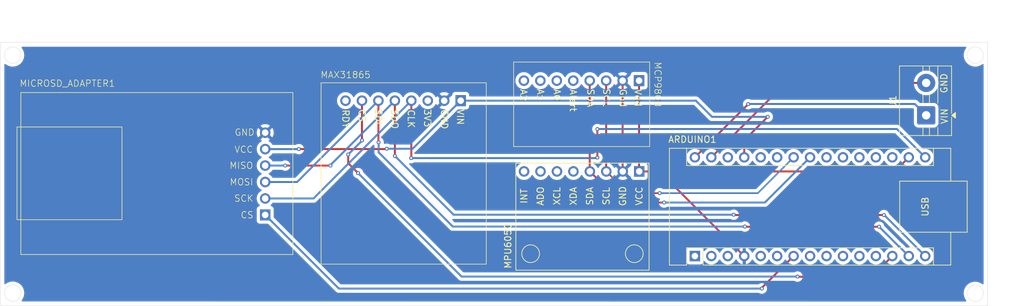
<source format=kicad_pcb>
(kicad_pcb (version 20241229) (generator "pcbnew") (generator_version "9.0")
  (title_block (title "Wildcat V Thermal System") (date "2025-05-20") (company "Chico Rocketry and Aerospace Club"))
  (layers (0 "F.Cu" signal) (2 "B.Cu" signal) (13 "F.Paste" user) (15 "B.Paste" user) (5 "F.SilkS" user "F.Silkscreen") (7 "B.SilkS" user "B.Silkscreen") (1 "F.Mask" user) (3 "B.Mask" user) (25 "Edge.Cuts" user))
  (net 0 "")
  (net 1 "/GND1")
  (net 2 "/Vin")
  (net 3 "/MOSI")
  (net 4 "/MISO")
  (net 5 "/SCK")
  (net 6 "/SDA")
  (net 7 "/XCK")
  (net 8 "/SCL")
  (net 9 "/GND")
  (net 10 "/5v")
  (net 11 "/SS")
  (net 12 "/3v3")
  (footprint "thermal-system-parts:module_microsdadapter" (layer "F.Cu") (at 94.6404 104.4194)
    (property "Reference" "MICROSD_ADAPTER1" (at -14.1732 -12.8524 0) (layer "F.SilkS") (effects (font (thickness 0.1))))
    (property "Value" "module_microsd_adapter")
    (fp_line (start -21.36 -11.44) (end 20.64 -11.44) (stroke (width 0.1)) (layer "F.SilkS"))
    (fp_line (start -21.36 13.56) (end -21.36 -11.44) (stroke (width 0.1)) (layer "F.SilkS"))
    (fp_line (start 20.64 -11.44) (end 20.64 13.56) (stroke (width 0.1)) (layer "F.SilkS"))
    (fp_line (start 20.64 13.56) (end -21.36 13.56) (stroke (width 0.1)) (layer "F.SilkS"))
    (fp_rect (start -21.95 -6.13) (end -5.74 8.19) (stroke (width 0.1)) (fill no) (layer "F.SilkS"))
    (fp_text user "CS" (at 12.53 8.05 0) (layer "F.SilkS") (effects (font (thickness 0.1)) (justify left bottom)))
    (fp_text user "VCC" (at 11.56 -2.07 0) (layer "F.SilkS") (effects (font (thickness 0.1)) (justify left bottom)))
    (fp_text user "GND" (at 11.6 -4.71 0) (layer "F.SilkS") (effects (font (thickness 0.1)) (justify left bottom)))
    (fp_text user "MISO" (at 10.81 0.41 0) (layer "F.SilkS") (effects (font (thickness 0.1)) (justify left bottom)))
    (fp_text user "MOSI" (at 10.84 2.96 0) (layer "F.SilkS") (effects (font (thickness 0.1)) (justify left bottom)))
    (fp_text user "SCK" (at 11.53 5.48 0) (layer "F.SilkS") (effects (font (thickness 0.1)) (justify left bottom)))
    (pad "1" thru_hole rect (at 16.37 7.45) (size 1.616 1.7) (drill 1.016) (layers "*.Cu" "*.Mask") (net 7 "/XCK"))
    (pad "2" thru_hole circle (at 16.37 4.91) (size 1.616 1.616) (drill 1.016) (layers "*.Cu" "*.Mask") (net 5 "/SCK"))
    (pad "3" thru_hole circle (at 16.37 2.37) (size 1.616 1.616) (drill 1.016) (layers "*.Cu" "*.Mask") (net 3 "/MOSI"))
    (pad "4" thru_hole circle (at 16.37 -0.17) (size 1.616 1.616) (drill 1.016) (layers "*.Cu" "*.Mask") (net 4 "/MISO"))
    (pad "5" thru_hole circle (at 16.37 -2.71) (size 1.616 1.616) (drill 1.016) (layers "*.Cu" "*.Mask") (net 10 "/5v"))
    (pad "6" thru_hole circle (at 16.37 -5.25) (size 1.616 1.616) (drill 1.016) (layers "*.Cu" "*.Mask") (net 1 "/GND1"))
  )
  (footprint "Module:Arduino_Nano" (layer "F.Cu") (at 177.3488 118.218 90)
    (property "Reference" "ARDUINO1" (at 18 -0.38 180) (layer "F.SilkS"))
    (property "Value" "Arduino_Nano_v3.x")
    (fp_line (start 16.64 -3.94) (end -1.4 -3.94) (stroke (width 0.12)) (layer "F.SilkS"))
    (fp_line (start -1.4 -3.94) (end -1.4 -1.27) (stroke (width 0.12)) (layer "F.SilkS"))
    (fp_line (start 13.97 -1.27) (end 16.64 -1.27) (stroke (width 0.12)) (layer "F.SilkS"))
    (fp_line (start 13.97 -1.27) (end 13.97 36.83) (stroke (width 0.12)) (layer "F.SilkS"))
    (fp_line (start 1.27 -1.27) (end -1.4 -1.27) (stroke (width 0.12)) (layer "F.SilkS"))
    (fp_line (start 1.27 1.27) (end 1.27 -1.27) (stroke (width 0.12)) (layer "F.SilkS"))
    (fp_line (start 1.27 1.27) (end -1.4 1.27) (stroke (width 0.12)) (layer "F.SilkS"))
    (fp_line (start 1.27 1.27) (end 1.27 36.83) (stroke (width 0.12)) (layer "F.SilkS"))
    (fp_line (start -1.4 1.27) (end -1.4 39.5) (stroke (width 0.12)) (layer "F.SilkS"))
    (fp_line (start 11.56 31.62) (end 11.56 42.04) (stroke (width 0.12)) (layer "F.SilkS"))
    (fp_line (start 3.68 31.62) (end 11.56 31.62) (stroke (width 0.12)) (layer "F.SilkS"))
    (fp_line (start 13.97 36.83) (end 16.64 36.83) (stroke (width 0.12)) (layer "F.SilkS"))
    (fp_line (start 1.27 36.83) (end -1.4 36.83) (stroke (width 0.12)) (layer "F.SilkS"))
    (fp_line (start 16.64 39.5) (end 16.64 -3.94) (stroke (width 0.12)) (layer "F.SilkS"))
    (fp_line (start 16.64 39.5) (end 11.56 39.5) (stroke (width 0.12)) (layer "F.SilkS"))
    (fp_line (start -1.4 39.5) (end 3.68 39.5) (stroke (width 0.12)) (layer "F.SilkS"))
    (fp_line (start 11.56 42.04) (end 3.68 42.04) (stroke (width 0.12)) (layer "F.SilkS"))
    (fp_line (start 3.68 42.04) (end 3.68 31.62) (stroke (width 0.12)) (layer "F.SilkS"))
    (fp_text user "USB" (at 7.62 35.56 90) (layer "F.SilkS"))
    (pad "1" thru_hole rect (at 0 0 90) (size 1.6 1.6) (drill 1) (layers "*.Cu" "*.Mask"))
    (pad "2" thru_hole oval (at 0 2.54 90) (size 1.6 1.6) (drill 1) (layers "*.Cu" "*.Mask"))
    (pad "3" thru_hole oval (at 0 5.08 90) (size 1.6 1.6) (drill 1) (layers "*.Cu" "*.Mask"))
    (pad "4" thru_hole oval (at 0 7.62 90) (size 1.6 1.6) (drill 1) (layers "*.Cu" "*.Mask") (net 1 "/GND1"))
    (pad "5" thru_hole oval (at 0 10.16 90) (size 1.6 1.6) (drill 1) (layers "*.Cu" "*.Mask"))
    (pad "6" thru_hole oval (at 0 12.7 90) (size 1.6 1.6) (drill 1) (layers "*.Cu" "*.Mask"))
    (pad "7" thru_hole oval (at 0 15.24 90) (size 1.6 1.6) (drill 1) (layers "*.Cu" "*.Mask") (net 7 "/XCK"))
    (pad "8" thru_hole oval (at 0 17.78 90) (size 1.6 1.6) (drill 1) (layers "*.Cu" "*.Mask"))
    (pad "9" thru_hole oval (at 0 20.32 90) (size 1.6 1.6) (drill 1) (layers "*.Cu" "*.Mask"))
    (pad "10" thru_hole oval (at 0 22.86 90) (size 1.6 1.6) (drill 1) (layers "*.Cu" "*.Mask"))
    (pad "11" thru_hole oval (at 0 25.4 90) (size 1.6 1.6) (drill 1) (layers "*.Cu" "*.Mask"))
    (pad "12" thru_hole oval (at 0 27.94 90) (size 1.6 1.6) (drill 1) (layers "*.Cu" "*.Mask"))
    (pad "13" thru_hole oval (at 0 30.48 90) (size 1.6 1.6) (drill 1) (layers "*.Cu" "*.Mask") (net 11 "/SS"))
    (pad "14" thru_hole oval (at 0 33.02 90) (size 1.6 1.6) (drill 1) (layers "*.Cu" "*.Mask") (net 3 "/MOSI"))
    (pad "15" thru_hole oval (at 0 35.56 90) (size 1.6 1.6) (drill 1) (layers "*.Cu" "*.Mask") (net 4 "/MISO"))
    (pad "16" thru_hole oval (at 15.24 35.56 90) (size 1.6 1.6) (drill 1) (layers "*.Cu" "*.Mask") (net 5 "/SCK"))
    (pad "17" thru_hole oval (at 15.24 33.02 90) (size 1.6 1.6) (drill 1) (layers "*.Cu" "*.Mask") (net 12 "/3v3"))
    (pad "18" thru_hole oval (at 15.24 30.48 90) (size 1.6 1.6) (drill 1) (layers "*.Cu" "*.Mask"))
    (pad "19" thru_hole oval (at 15.24 27.94 90) (size 1.6 1.6) (drill 1) (layers "*.Cu" "*.Mask"))
    (pad "20" thru_hole oval (at 15.24 25.4 90) (size 1.6 1.6) (drill 1) (layers "*.Cu" "*.Mask"))
    (pad "21" thru_hole oval (at 15.24 22.86 90) (size 1.6 1.6) (drill 1) (layers "*.Cu" "*.Mask"))
    (pad "22" thru_hole oval (at 15.24 20.32 90) (size 1.6 1.6) (drill 1) (layers "*.Cu" "*.Mask"))
    (pad "23" thru_hole oval (at 15.24 17.78 90) (size 1.6 1.6) (drill 1) (layers "*.Cu" "*.Mask") (net 6 "/SDA"))
    (pad "24" thru_hole oval (at 15.24 15.24 90) (size 1.6 1.6) (drill 1) (layers "*.Cu" "*.Mask") (net 8 "/SCL"))
    (pad "25" thru_hole oval (at 15.24 12.7 90) (size 1.6 1.6) (drill 1) (layers "*.Cu" "*.Mask"))
    (pad "26" thru_hole oval (at 15.24 10.16 90) (size 1.6 1.6) (drill 1) (layers "*.Cu" "*.Mask"))
    (pad "27" thru_hole oval (at 15.24 7.62 90) (size 1.6 1.6) (drill 1) (layers "*.Cu" "*.Mask") (net 10 "/5v"))
    (pad "28" thru_hole oval (at 15.24 5.08 90) (size 1.6 1.6) (drill 1) (layers "*.Cu" "*.Mask"))
    (pad "29" thru_hole oval (at 15.24 2.54 90) (size 1.6 1.6) (drill 1) (layers "*.Cu" "*.Mask") (net 9 "/GND"))
    (pad "30" thru_hole oval (at 15.24 0 90) (size 1.6 1.6) (drill 1) (layers "*.Cu" "*.Mask") (net 2 "/Vin"))
  )
  (footprint "usini_sensors:module_mpu6050" (layer "F.Cu") (at 150.9734 105.1544 -90)
    (property "Reference" "MPU6050" (at 11.485 2.483 90) (layer "F.SilkS"))
    (property "Value" "module_mpu6050")
    (fp_line (start -1.27 1.27) (end -1.27 -19.304) (stroke (width 0.12)) (layer "F.SilkS"))
    (fp_line (start 15.24 1.27) (end -1.27 1.27) (stroke (width 0.12)) (layer "F.SilkS"))
    (fp_line (start -1.27 -19.304) (end 15.24 -19.304) (stroke (width 0.12)) (layer "F.SilkS"))
    (fp_line (start 15.24 -19.304) (end 15.24 1.27) (stroke (width 0.12)) (layer "F.SilkS"))
    (fp_circle (center 12.7 -1.016) (end 13.208 0.254) (stroke (width 0.12)) (fill no) (layer "F.SilkS"))
    (fp_circle (center 12.7 -17.018) (end 13.208 -15.748) (stroke (width 0.12)) (fill no) (layer "F.SilkS"))
    (fp_text user "ADO" (at 3.81 -2.54 90) (layer "F.SilkS"))
    (fp_text user "GND" (at 3.81 -15.24 90) (layer "F.SilkS"))
    (fp_text user "SCL" (at 3.81 -12.7 90) (layer "F.SilkS"))
    (fp_text user "SDA" (at 3.81 -10.16 90) (layer "F.SilkS"))
    (fp_text user "XDA" (at 3.81 -7.62 90) (layer "F.SilkS"))
    (fp_text user "VCC" (at 3.81 -17.78 90) (layer "F.SilkS"))
    (fp_text user "INT" (at 3.81 0 270) (layer "F.SilkS"))
    (fp_text user "XCL" (at 3.81 -5.08 90) (layer "F.SilkS"))
    (pad "1" thru_hole rect (at 0 -17.78 270) (size 1.616 1.616) (drill 1.016) (layers "*.Cu" "*.Mask") (net 12 "/3v3"))
    (pad "2" thru_hole circle (at 0 -15.24 270) (size 1.616 1.616) (drill 1.016) (layers "*.Cu" "*.Mask") (net 1 "/GND1"))
    (pad "3" thru_hole circle (at 0 -12.7 270) (size 1.616 1.616) (drill 1.016) (layers "*.Cu" "*.Mask") (net 8 "/SCL"))
    (pad "4" thru_hole circle (at 0 -10.16 270) (size 1.616 1.616) (drill 1.016) (layers "*.Cu" "*.Mask") (net 6 "/SDA"))
    (pad "5" thru_hole circle (at 0 -7.62 270) (size 1.616 1.616) (drill 1.016) (layers "*.Cu" "*.Mask"))
    (pad "6" thru_hole circle (at 0 -5.08 270) (size 1.616 1.616) (drill 1.016) (layers "*.Cu" "*.Mask"))
    (pad "7" thru_hole circle (at 0 -2.54 270) (size 1.616 1.616) (drill 1.016) (layers "*.Cu" "*.Mask"))
    (pad "8" thru_hole circle (at 0 0 270) (size 1.616 1.616) (drill 1.016) (layers "*.Cu" "*.Mask"))
  )
  (footprint "thermal-system-parts:module_mcp9808" (layer "F.Cu") (at 158.5704 96.2194 180)
    (property "Reference" "MCP9808" (at -13.05 4.5 270) (layer "F.SilkS") (effects (font (thickness 0.1))))
    (property "Value" "module_mcp9808")
    (fp_line (start 9.2 7.95) (end -11.8 7.95) (stroke (width 0.1)) (layer "F.SilkS"))
    (fp_line (start 9.2 -5.1) (end 9.2 7.95) (stroke (width 0.1)) (layer "F.SilkS"))
    (fp_line (start -11.8 7.95) (end -11.8 -5.05) (stroke (width 0.1)) (layer "F.SilkS"))
    (fp_line (start -11.8 -5.1) (end 9.2 -5.1) (stroke (width 0.1)) (layer "F.SilkS"))
    (fp_text user "A1" (at 5.65 3.9 270) (layer "F.SilkS") (effects (justify left bottom)))
    (fp_text user "A2" (at 8.25 3.85 270) (layer "F.SilkS") (effects (justify left bottom)))
    (fp_text user "SCL" (at -4.55 3.95 270) (layer "F.SilkS") (effects (justify left bottom)))
    (fp_text user "A0" (at 3.1 3.9 270) (layer "F.SilkS") (effects (font (thickness 0.15) (bold yes)) (justify left bottom)))
    (fp_text user "SDA" (at -2.1 3.9 270) (layer "F.SilkS") (effects (justify left bottom)))
    (fp_text user "Gnd" (at -7.1 3.9 270) (layer "F.SilkS") (effects (justify left bottom)))
    (fp_text user "Vdd" (at -9.4 3.85 270) (layer "F.SilkS") (effects (justify left bottom)))
    (fp_text user "Alert" (at 0.6 3.85 270) (layer "F.SilkS") (effects (justify left bottom)))
    (pad "1" thru_hole rect (at -10.16 5.08 180) (size 1.616 1.7) (drill 1.016) (layers "*.Cu" "*.Mask") (net 12 "/3v3"))
    (pad "2" thru_hole circle (at -7.62 5.08 180) (size 1.616 1.616) (drill 1.016) (layers "*.Cu" "*.Mask") (net 1 "/GND1"))
    (pad "3" thru_hole circle (at -5.08 5.08 180) (size 1.616 1.616) (drill 1.016) (layers "*.Cu" "*.Mask") (net 8 "/SCL"))
    (pad "4" thru_hole circle (at -2.54 5.08 180) (size 1.616 1.616) (drill 1.016) (layers "*.Cu" "*.Mask") (net 6 "/SDA"))
    (pad "5" thru_hole circle (at 0 5.08 180) (size 1.616 1.616) (drill 1.016) (layers "*.Cu" "*.Mask"))
    (pad "6" thru_hole circle (at 2.54 5.08 180) (size 1.616 1.616) (drill 1.016) (layers "*.Cu" "*.Mask"))
    (pad "7" thru_hole circle (at 5.08 5.08 180) (size 1.616 1.616) (drill 1.016) (layers "*.Cu" "*.Mask"))
    (pad "8" thru_hole circle (at 7.62 5.08 180) (size 1.616 1.616) (drill 1.016) (layers "*.Cu" "*.Mask"))
  )
  (footprint "thermal-system-parts:module_max31865" (layer "F.Cu") (at 132.3904 105.4694 180)
    (property "Reference" "MAX31865" (at 8.9718 15.2232 0) (layer "F.SilkS") (effects (font (thickness 0.1))))
    (property "Value" "module_max31865")
    (fp_line (start 12.75 14) (end -12.75 14) (stroke (width 0.1)) (layer "F.SilkS"))
    (fp_line (start 12.75 -14) (end 12.75 14) (stroke (width 0.1)) (layer "F.SilkS"))
    (fp_line (start -12.75 14) (end -12.75 -14) (stroke (width 0.1)) (layer "F.SilkS"))
    (fp_line (start -12.75 -14) (end 12.75 -14) (stroke (width 0.1)) (layer "F.SilkS"))
    (fp_text user "SDI" (at 4.5 10.05 270) (layer "F.SilkS") (effects (justify left bottom)))
    (fp_text user "CS" (at 7.02 10 270) (layer "F.SilkS") (effects (justify left bottom)))
    (fp_text user "VIN" (at -8.16 10 270) (layer "F.SilkS") (effects (justify left bottom)))
    (fp_text user "RDY" (at 9.54 9.95 270) (layer "F.SilkS") (effects (justify left bottom)))
    (fp_text user "CLK" (at -0.56 9.95 270) (layer "F.SilkS") (effects (justify left bottom)))
    (fp_text user "3V3" (at -3.08 10.02 270) (layer "F.SilkS") (effects (justify left bottom)))
    (fp_text user "SDO" (at 1.98 10 270) (layer "F.SilkS") (effects (justify left bottom)))
    (fp_text user "GND" (at -5.69 10 270) (layer "F.SilkS") (effects (justify left bottom)))
    (pad "1" thru_hole rect (at -8.8 11.24 180) (size 1.616 1.7) (drill 1.016) (layers "*.Cu" "*.Mask") (net 10 "/5v"))
    (pad "2" thru_hole circle (at -6.26 11.24 180) (size 1.616 1.616) (drill 1.016) (layers "*.Cu" "*.Mask") (net 1 "/GND1"))
    (pad "3" thru_hole circle (at -3.72 11.24 180) (size 1.616 1.616) (drill 1.016) (layers "*.Cu" "*.Mask"))
    (pad "4" thru_hole circle (at -1.18 11.24 180) (size 1.616 1.616) (drill 1.016) (layers "*.Cu" "*.Mask") (net 5 "/SCK"))
    (pad "5" thru_hole circle (at 1.36 11.24 180) (size 1.616 1.616) (drill 1.016) (layers "*.Cu" "*.Mask") (net 4 "/MISO"))
    (pad "6" thru_hole circle (at 3.9 11.24 180) (size 1.616 1.616) (drill 1.016) (layers "*.Cu" "*.Mask") (net 3 "/MOSI"))
    (pad "7" thru_hole circle (at 6.44 11.24 180) (size 1.616 1.616) (drill 1.016) (layers "*.Cu" "*.Mask") (net 11 "/SS"))
    (pad "8" thru_hole circle (at 8.98 11.24 180) (size 1.616 1.616) (drill 1.016) (layers "*.Cu" "*.Mask"))
  )
  (footprint "TerminalBlock:TerminalBlock_MaiXu_MX126-5.0-02P_1x02_P5.00mm" (layer "F.Cu") (at 213.0552 96.4908 90)
    (property "Reference" "J1" (at 2.25 -5.12 90) (layer "F.SilkS"))
    (property "Value" "Screw_Terminal_01x02")
    (fp_line (start 7.62 -4.12) (end 7.62 3.92) (stroke (width 0.12)) (layer "F.SilkS"))
    (fp_line (start -3.12 -4.12) (end 7.62 -4.12) (stroke (width 0.12)) (layer "F.SilkS"))
    (fp_line (start -3.12 -4.12) (end -3.12 3.92) (stroke (width 0.12)) (layer "F.SilkS"))
    (fp_line (start 6.812 -0.5) (end 7.62 -0.5) (stroke (width 0.12)) (layer "F.SilkS"))
    (fp_line (start 1.88 -0.5) (end 3.188 -0.5) (stroke (width 0.12)) (layer "F.SilkS"))
    (fp_line (start -3.12 -0.5) (end -1.88 -0.5) (stroke (width 0.12)) (layer "F.SilkS"))
    (fp_line (start 6.812 0.5) (end 7.62 0.5) (stroke (width 0.12)) (layer "F.SilkS"))
    (fp_line (start 1.88 0.5) (end 3.188 0.5) (stroke (width 0.12)) (layer "F.SilkS"))
    (fp_line (start -3.12 0.5) (end -1.88 0.5) (stroke (width 0.12)) (layer "F.SilkS"))
    (fp_line (start 5.543 1.8) (end 7.62 1.8) (stroke (width 0.12)) (layer "F.SilkS"))
    (fp_line (start 1.88 1.8) (end 4.457 1.8) (stroke (width 0.12)) (layer "F.SilkS"))
    (fp_line (start -3.12 1.8) (end -1.88 1.8) (stroke (width 0.12)) (layer "F.SilkS"))
    (fp_line (start 0.3 3.92) (end 7.62 3.92) (stroke (width 0.12)) (layer "F.SilkS"))
    (fp_line (start -3.12 3.92) (end -0.3 3.92) (stroke (width 0.12)) (layer "F.SilkS"))
    (fp_poly (pts (xy 0 3.92) (xy 0.44 4.53) (xy -0.44 4.53)) (stroke (width 0.12)) (fill yes) (layer "F.SilkS"))
    (pad "1" thru_hole roundrect (at 0 0 90) (size 2.8 2.8) (drill 1.3) (layers "*.Cu" "*.Mask") (roundrect_rratio 0.089286) (net 2 "/Vin"))
    (pad "2" thru_hole circle (at 5 0 90) (size 2.8 2.8) (drill 1.3) (layers "*.Cu" "*.Mask") (net 9 "/GND"))
  )
  (gr_circle (center 220.6244 123.952) (end 221.8944 123.952) (stroke (width 0.05)) (fill no) (layer "Edge.Cuts"))
  (gr_circle (center 72.0344 87.1982) (end 73.3044 87.1982) (stroke (width 0.05)) (fill no) (layer "Edge.Cuts"))
  (gr_rect (start 70.1404 85.2194) (end 222.5404 125.8594) (stroke (width 0.05)) (fill no) (layer "Edge.Cuts"))
  (gr_circle (center 72.0344 123.9266) (end 72.0344 125.1966) (stroke (width 0.05)) (fill no) (layer "Edge.Cuts"))
  (gr_circle (center 220.6244 87.1982) (end 221.8944 87.1982) (stroke (width 0.05)) (fill no) (layer "Edge.Cuts"))
  (gr_text "VIN" (at 216.4588 97.917 90) (layer "F.SilkS") (effects (font (size 1 1)) (justify left bottom)))
  (gr_text "GND" (at 216.408 93.1672 90) (layer "F.SilkS") (effects (font (size 1 1)) (justify left bottom)))
  (segment (start 166.1904 91.1394) (end 166.1904 105.1314) (width 0.3) (layer "F.Cu") (net 1))
  (segment (start 184.9438 118.218) (end 184.9688 118.218) (width 0.3) (layer "F.Cu") (net 1))
  (segment (start 168.0692 107.0102) (end 173.736 107.0102) (width 0.3) (layer "F.Cu") (net 1))
  (segment (start 166.2134 105.1544) (end 168.0692 107.0102) (width 0.3) (layer "F.Cu") (net 1))
  (segment (start 173.736 107.0102) (end 184.9438 118.218) (width 0.3) (layer "F.Cu") (net 1))
  (segment (start 166.1904 105.1314) (end 166.2134 105.1544) (width 0.3) (layer "F.Cu") (net 1))
  (segment (start 160.2684 99.2094) (end 166.2134 105.1544) (width 0.3) (layer "B.Cu") (net 1))
  (segment (start 166.1904 105.1314) (end 166.2134 105.1544) (width 0.3) (layer "B.Cu") (net 1))
  (segment (start 183.8112 96.5286) (end 183.7982 96.5286) (width 0.3) (layer "F.Cu") (net 2))
  (segment (start 183.7982 96.5286) (end 177.3488 102.978) (width 0.3) (layer "F.Cu") (net 2))
  (segment (start 185.5724 94.7674) (end 183.8112 96.5286) (width 0.3) (layer "F.Cu") (net 2))
  (via (at 185.5724 94.7674) (size 0.6) (drill 0.3) (layers "F.Cu" "B.Cu") (net 2))
  (segment (start 211.3064 94.742) (end 213.0552 96.4908) (width 0.3) (layer "B.Cu") (net 2))
  (segment (start 185.5978 94.742) (end 211.3064 94.742) (width 0.3) (layer "B.Cu") (net 2))
  (segment (start 185.5724 94.7674) (end 185.5978 94.742) (width 0.3) (layer "B.Cu") (net 2))
  (segment (start 128.4904 94.2294) (end 128.4904 100.6266) (width 0.3) (layer "F.Cu") (net 3))
  (segment (start 185.0898 113.6904) (end 185.0644 113.665) (width 0.3) (layer "F.Cu") (net 3))
  (segment (start 205.7908 113.6904) (end 185.0898 113.6904) (width 0.3) (layer "F.Cu") (net 3))
  (segment (start 128.4904 100.6266) (end 128.524 100.6602) (width 0.3) (layer "F.Cu") (net 3))
  (via (at 185.0644 113.665) (size 0.6) (drill 0.3) (layers "F.Cu" "B.Cu") (net 3))
  (via (at 128.524 100.6602) (size 0.6) (drill 0.3) (layers "F.Cu" "B.Cu") (net 3))
  (via (at 205.7908 113.6904) (size 0.6) (drill 0.3) (layers "F.Cu" "B.Cu") (net 3))
  (segment (start 115.9304 106.7894) (end 128.4904 94.2294) (width 0.3) (layer "B.Cu") (net 3))
  (segment (start 111.0104 106.7894) (end 115.9304 106.7894) (width 0.3) (layer "B.Cu") (net 3))
  (segment (start 128.524 102.215854) (end 139.973146 113.665) (width 0.3) (layer "B.Cu") (net 3))
  (segment (start 208.8642 116.7638) (end 208.9146 116.7638) (width 0.3) (layer "B.Cu") (net 3))
  (segment (start 128.524 100.6602) (end 128.524 102.215854) (width 0.3) (layer "B.Cu") (net 3))
  (segment (start 205.7908 113.6904) (end 208.8642 116.7638) (width 0.3) (layer "B.Cu") (net 3))
  (segment (start 139.973146 113.665) (end 185.0644 113.665) (width 0.3) (layer "B.Cu") (net 3))
  (segment (start 208.9146 116.7638) (end 210.3688 118.218) (width 0.3) (layer "B.Cu") (net 3))
  (segment (start 206.5274 111.887) (end 183.388 111.887) (width 0.3) (layer "F.Cu") (net 4))
  (segment (start 131.0304 94.2294) (end 131.0304 102.7684) (width 0.3) (layer "F.Cu") (net 4))
  (segment (start 121.074 104.2494) (end 121.0818 104.2416) (width 0.3) (layer "F.Cu") (net 4))
  (segment (start 114.0968 104.2494) (end 121.074 104.2494) (width 0.3) (layer "F.Cu") (net 4))
  (segment (start 183.388 111.887) (end 183.3372 111.8362) (width 0.3) (layer "F.Cu") (net 4))
  (via (at 206.5274 111.887) (size 0.6) (drill 0.3) (layers "F.Cu" "B.Cu") (net 4))
  (via (at 114.0968 104.2494) (size 0.6) (drill 0.3) (layers "F.Cu" "B.Cu") (net 4))
  (via (at 131.0304 102.7684) (size 0.6) (drill 0.3) (layers "F.Cu" "B.Cu") (net 4))
  (via (at 121.074 104.2494) (size 0.6) (drill 0.3) (layers "F.Cu" "B.Cu") (net 4))
  (via (at 183.3372 111.8362) (size 0.6) (drill 0.3) (layers "F.Cu" "B.Cu") (net 4))
  (segment (start 206.5274 111.887) (end 206.5778 111.887) (width 0.3) (layer "B.Cu") (net 4))
  (segment (start 111.0104 104.2494) (end 114.0968 104.2494) (width 0.3) (layer "B.Cu") (net 4))
  (segment (start 140.0982 111.8362) (end 183.3372 111.8362) (width 0.3) (layer "B.Cu") (net 4))
  (segment (start 121.074 104.2494) (end 121.074 104.1858) (width 0.3) (layer "B.Cu") (net 4))
  (segment (start 121.074 104.1858) (end 131.0304 94.2294) (width 0.3) (layer "B.Cu") (net 4))
  (segment (start 131.0304 102.7684) (end 140.0982 111.8362) (width 0.3) (layer "B.Cu") (net 4))
  (segment (start 206.5778 111.887) (end 212.9088 118.218) (width 0.3) (layer "B.Cu") (net 4))
  (segment (start 162.2904 103.0194) (end 162.2404 103.0194) (width 0.3) (layer "F.Cu") (net 5))
  (segment (start 133.5704 103.0814) (end 133.5532 103.0986) (width 0.3) (layer "F.Cu") (net 5))
  (segment (start 162.2904 98.6194) (end 162.2904 103.0194) (width 0.3) (layer "F.Cu") (net 5))
  (segment (start 133.5704 94.2294) (end 133.5704 103.0814) (width 0.3) (layer "F.Cu") (net 5))
  (via (at 162.2904 103.0194) (size 0.6) (drill 0.3) (layers "F.Cu" "B.Cu") (net 5))
  (via (at 162.2904 98.6194) (size 0.6) (drill 0.3) (layers "F.Cu" "B.Cu") (net 5))
  (via (at 133.5532 103.0986) (size 0.6) (drill 0.3) (layers "F.Cu" "B.Cu") (net 5))
  (segment (start 111.0104 109.3294) (end 118.4704 109.3294) (width 0.3) (layer "B.Cu") (net 5))
  (segment (start 162.2112 103.0986) (end 162.2904 103.0194) (width 0.3) (layer "B.Cu") (net 5))
  (segment (start 118.4704 109.3294) (end 133.5704 94.2294) (width 0.3) (layer "B.Cu") (net 5))
  (segment (start 208.5336 98.6028) (end 212.9088 102.978) (width 0.3) (layer "B.Cu") (net 5))
  (segment (start 133.5532 103.0986) (end 162.2112 103.0986) (width 0.3) (layer "B.Cu") (net 5))
  (segment (start 162.307 98.6028) (end 208.5336 98.6028) (width 0.3) (layer "B.Cu") (net 5))
  (segment (start 162.2904 98.6194) (end 162.307 98.6028) (width 0.3) (layer "B.Cu") (net 5))
  (segment (start 172.593 109.9566) (end 165.9356 109.9566) (width 0.3) (layer "F.Cu") (net 6))
  (segment (start 161.1104 91.1394) (end 161.1104 105.1314) (width 0.3) (layer "F.Cu") (net 6))
  (segment (start 165.9356 109.9566) (end 161.1334 105.1544) (width 0.3) (layer "F.Cu") (net 6))
  (segment (start 161.1104 105.1314) (end 161.1334 105.1544) (width 0.3) (layer "F.Cu") (net 6))
  (via (at 172.593 109.9566) (size 0.6) (drill 0.3) (layers "F.Cu" "B.Cu") (net 6))
  (segment (start 172.593 109.9566) (end 188.1378 109.9566) (width 0.3) (layer "B.Cu") (net 6))
  (segment (start 188.144 109.9628) (end 195.1288 102.978) (width 0.3) (layer "B.Cu") (net 6))
  (segment (start 161.1104 105.1314) (end 161.1334 105.1544) (width 0.3) (layer "B.Cu") (net 6))
  (segment (start 187.6806 123.2408) (end 187.6806 123.1262) (width 0.3) (layer "F.Cu") (net 7))
  (segment (start 187.6806 123.1262) (end 192.5888 118.218) (width 0.3) (layer "F.Cu") (net 7))
  (via (at 187.6806 123.2408) (size 0.6) (drill 0.3) (layers "F.Cu" "B.Cu") (net 7))
  (segment (start 122.3818 123.2408) (end 111.0104 111.8694) (width 0.3) (layer "B.Cu") (net 7))
  (segment (start 187.6806 123.2408) (end 187.6806 123.0506) (width 0.3) (layer "B.Cu") (net 7))
  (segment (start 187.6806 123.2408) (end 122.3818 123.2408) (width 0.3) (layer "B.Cu") (net 7))
  (segment (start 163.6504 91.1394) (end 163.6504 105.1314) (width 0.3) (layer "F.Cu") (net 8))
  (segment (start 163.6504 105.1314) (end 163.6734 105.1544) (width 0.3) (layer "F.Cu") (net 8))
  (segment (start 171.9072 108.5088) (end 167.0278 108.5088) (width 0.25) (layer "F.Cu") (net 8))
  (segment (start 167.0278 108.5088) (end 163.6734 105.1544) (width 0.25) (layer "F.Cu") (net 8))
  (via (at 171.9072 108.5088) (size 0.6) (drill 0.3) (layers "F.Cu" "B.Cu") (net 8))
  (segment (start 163.6504 105.1314) (end 163.6734 105.1544) (width 0.3) (layer "B.Cu") (net 8))
  (segment (start 187.058 108.5088) (end 192.5888 102.978) (width 0.25) (layer "B.Cu") (net 8))
  (segment (start 171.9072 108.5088) (end 187.058 108.5088) (width 0.25) (layer "B.Cu") (net 8))
  (segment (start 191.376 91.4908) (end 213.0552 91.4908) (width 0.3) (layer "F.Cu") (net 9))
  (segment (start 179.8888 102.978) (end 191.376 91.4908) (width 0.3) (layer "F.Cu") (net 9))
  (segment (start 116.2128 101.7016) (end 129.7178 101.7016) (width 0.3) (layer "F.Cu") (net 10))
  (segment (start 129.7178 101.7016) (end 129.7686 101.6508) (width 0.3) (layer "F.Cu") (net 10))
  (segment (start 184.9688 100.3494) (end 184.9688 102.978) (width 0.3) (layer "F.Cu") (net 10))
  (segment (start 116.205 101.7094) (end 116.2128 101.7016) (width 0.3) (layer "F.Cu") (net 10))
  (segment (start 188.595 96.7232) (end 184.9688 100.3494) (width 0.3) (layer "F.Cu") (net 10))
  (via (at 116.205 101.7094) (size 0.6) (drill 0.3) (layers "F.Cu" "B.Cu") (net 10))
  (via (at 188.595 96.7232) (size 0.6) (drill 0.3) (layers "F.Cu" "B.Cu") (net 10))
  (via (at 129.7686 101.6508) (size 0.6) (drill 0.3) (layers "F.Cu" "B.Cu") (net 10))
  (segment (start 133.769 101.6508) (end 141.1904 94.2294) (width 0.3) (layer "B.Cu") (net 10))
  (segment (start 116.205 101.7094) (end 111.0104 101.7094) (width 0.3) (layer "B.Cu") (net 10))
  (segment (start 188.595 96.7232) (end 179.9844 96.7232) (width 0.3) (layer "B.Cu") (net 10))
  (segment (start 141.1904 94.2294) (end 177.4906 94.2294) (width 0.3) (layer "B.Cu") (net 10))
  (segment (start 129.7686 101.6508) (end 133.769 101.6508) (width 0.3) (layer "B.Cu") (net 10))
  (segment (start 179.9844 96.7232) (end 177.4906 94.2294) (width 0.3) (layer "B.Cu") (net 10))
  (segment (start 193.1924 121.3612) (end 193.2432 121.412) (width 0.3) (layer "F.Cu") (net 11))
  (segment (start 125.9504 100.398) (end 125.9586 100.4062) (width 0.3) (layer "F.Cu") (net 11))
  (segment (start 123.825 103.886) (end 123.825 102.5398) (width 0.3) (layer "F.Cu") (net 11))
  (segment (start 193.1924 121.3866) (end 193.1924 121.3612) (width 0.3) (layer "F.Cu") (net 11))
  (segment (start 125.9504 100.3554) (end 125.9504 100.398) (width 0.3) (layer "F.Cu") (net 11))
  (segment (start 125.9504 94.2294) (end 125.9504 100.3554) (width 0.3) (layer "F.Cu") (net 11))
  (segment (start 125.349 105.41) (end 123.825 103.886) (width 0.3) (layer "F.Cu") (net 11))
  (segment (start 193.2432 121.412) (end 204.6348 121.412) (width 0.3) (layer "F.Cu") (net 11))
  (segment (start 204.6348 121.412) (end 207.8288 118.218) (width 0.3) (layer "F.Cu") (net 11))
  (via (at 193.1924 121.3866) (size 0.6) (drill 0.3) (layers "F.Cu" "B.Cu") (net 11))
  (via (at 125.349 105.41) (size 0.6) (drill 0.3) (layers "F.Cu" "B.Cu") (net 11))
  (via (at 123.825 102.5398) (size 0.6) (drill 0.3) (layers "F.Cu" "B.Cu") (net 11))
  (via (at 125.9504 100.3554) (size 0.6) (drill 0.3) (layers "F.Cu" "B.Cu") (net 11))
  (segment (start 125.9504 100.3554) (end 125.9504 100.4144) (width 0.3) (layer "B.Cu") (net 11))
  (segment (start 125.349 105.41) (end 141.3256 121.3866) (width 0.3) (layer "B.Cu") (net 11))
  (segment (start 141.3256 121.3866) (end 193.1924 121.3866) (width 0.3) (layer "B.Cu") (net 11))
  (segment (start 125.9504 100.4144) (end 123.825 102.5398) (width 0.3) (layer "B.Cu") (net 11))
  (segment (start 208.1924 105.1544) (end 210.3688 102.978) (width 0.3) (layer "F.Cu") (net 12))
  (segment (start 168.7304 105.1314) (end 168.7534 105.1544) (width 0.3) (layer "F.Cu") (net 12))
  (segment (start 168.7534 105.1544) (end 208.1924 105.1544) (width 0.3) (layer "F.Cu") (net 12))
  (segment (start 168.7304 91.1394) (end 168.7304 105.1314) (width 0.3) (layer "F.Cu") (net 12))
  (segment (start 168.7304 105.1314) (end 168.7534 105.1544) (width 0.3) (layer "B.Cu") (net 12))
  (zone (net 1) (net_name "/GND1") (layer "B.Cu") (connect_pads (clearance 0.5)) (min_thickness 0.25) (fill yes (thermal_gap 0.5) (thermal_bridge_width 0.5))
    (polygon (pts (xy 221.9198 85.9028) (xy 221.9198 125.2474) (xy 70.739 125.222) (xy 70.739 85.9028)))
  )
)
</source>
